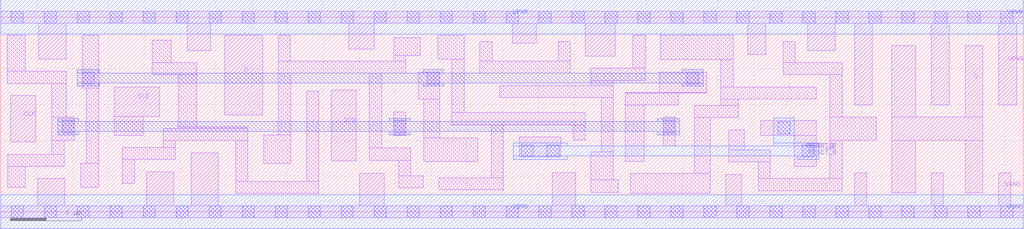
<source format=lef>
# Copyright 2020 The SkyWater PDK Authors
#
# Licensed under the Apache License, Version 2.0 (the "License");
# you may not use this file except in compliance with the License.
# You may obtain a copy of the License at
#
#     https://www.apache.org/licenses/LICENSE-2.0
#
# Unless required by applicable law or agreed to in writing, software
# distributed under the License is distributed on an "AS IS" BASIS,
# WITHOUT WARRANTIES OR CONDITIONS OF ANY KIND, either express or implied.
# See the License for the specific language governing permissions and
# limitations under the License.
#
# SPDX-License-Identifier: Apache-2.0

VERSION 5.7 ;
  NAMESCASESENSITIVE ON ;
  NOWIREEXTENSIONATPIN ON ;
  DIVIDERCHAR "/" ;
  BUSBITCHARS "[]" ;
UNITS
  DATABASE MICRONS 200 ;
END UNITS
PROPERTYDEFINITIONS
  MACRO maskLayoutSubType STRING ;
  MACRO prCellType STRING ;
  MACRO originalViewName STRING ;
END PROPERTYDEFINITIONS
MACRO sky130_fd_sc_hdll__sdfrtp_4
  CLASS CORE ;
  FOREIGN sky130_fd_sc_hdll__sdfrtp_4 ;
  ORIGIN  0.000000  0.000000 ;
  SIZE  14.26000 BY  2.720000 ;
  SYMMETRY X Y R90 ;
  SITE unithd ;
  PIN CLK
    ANTENNAGATEAREA  0.277500 ;
    DIRECTION INPUT ;
    USE SIGNAL ;
    PORT
      LAYER li1 ;
        RECT 0.140000 0.975000 0.490000 1.625000 ;
    END
  END CLK
  PIN D
    ANTENNAGATEAREA  0.160200 ;
    DIRECTION INPUT ;
    USE SIGNAL ;
    PORT
      LAYER li1 ;
        RECT 3.120000 1.355000 3.655000 2.465000 ;
    END
  END D
  PIN Q
    ANTENNADIFFAREA  1.171500 ;
    DIRECTION OUTPUT ;
    USE SIGNAL ;
    PORT
      LAYER li1 ;
        RECT 12.425000 0.265000 12.755000 0.995000 ;
        RECT 12.425000 0.995000 13.695000 1.325000 ;
        RECT 12.425000 1.325000 12.755000 2.325000 ;
        RECT 13.445000 0.265000 13.695000 0.995000 ;
        RECT 13.445000 1.325000 13.695000 2.325000 ;
    END
  END Q
  PIN RESET_B
    ANTENNAGATEAREA  0.277200 ;
    DIRECTION INPUT ;
    USE SIGNAL ;
    PORT
      LAYER li1 ;
        RECT  7.230000 0.765000  7.810000 1.045000 ;
        RECT 10.600000 1.065000 11.370000 1.275000 ;
        RECT 11.065000 0.635000 11.370000 1.065000 ;
      LAYER mcon ;
        RECT  7.255000 0.765000  7.425000 0.935000 ;
        RECT  7.615000 0.765000  7.785000 0.935000 ;
        RECT 10.835000 1.085000 11.005000 1.255000 ;
        RECT 11.175000 0.765000 11.345000 0.935000 ;
      LAYER met1 ;
        RECT  7.145000 0.735000  7.900000 0.780000 ;
        RECT  7.145000 0.780000 11.405000 0.920000 ;
        RECT  7.145000 0.920000  7.900000 0.965000 ;
        RECT 10.775000 0.920000 11.405000 0.965000 ;
        RECT 10.775000 0.965000 11.065000 1.310000 ;
        RECT 11.115000 0.735000 11.405000 0.780000 ;
    END
  END RESET_B
  PIN SCD
    ANTENNAGATEAREA  0.172800 ;
    DIRECTION INPUT ;
    USE SIGNAL ;
    PORT
      LAYER li1 ;
        RECT 4.610000 0.710000 4.955000 1.700000 ;
    END
  END SCD
  PIN SCE
    ANTENNAGATEAREA  0.467400 ;
    DIRECTION INPUT ;
    USE SIGNAL ;
    PORT
      LAYER li1 ;
        RECT 1.585000 1.070000 1.990000 1.335000 ;
        RECT 1.585000 1.335000 2.220000 1.745000 ;
    END
  END SCE
  PIN VGND
    DIRECTION INOUT ;
    USE GROUND ;
    PORT
      LAYER li1 ;
        RECT  0.000000 -0.085000 14.260000 0.085000 ;
        RECT  0.515000  0.085000  0.895000 0.465000 ;
        RECT  2.035000  0.085000  2.415000 0.560000 ;
        RECT  2.655000  0.085000  3.035000 0.825000 ;
        RECT  5.005000  0.085000  5.350000 0.540000 ;
        RECT  7.690000  0.085000  8.020000 0.545000 ;
        RECT 10.110000  0.085000 10.330000 0.525000 ;
        RECT 11.905000  0.085000 12.075000 0.545000 ;
        RECT 12.975000  0.085000 13.145000 0.545000 ;
        RECT 13.915000  0.085000 14.085000 0.545000 ;
      LAYER mcon ;
        RECT  0.145000 -0.085000  0.315000 0.085000 ;
        RECT  0.605000 -0.085000  0.775000 0.085000 ;
        RECT  1.065000 -0.085000  1.235000 0.085000 ;
        RECT  1.525000 -0.085000  1.695000 0.085000 ;
        RECT  1.985000 -0.085000  2.155000 0.085000 ;
        RECT  2.445000 -0.085000  2.615000 0.085000 ;
        RECT  2.905000 -0.085000  3.075000 0.085000 ;
        RECT  3.365000 -0.085000  3.535000 0.085000 ;
        RECT  3.825000 -0.085000  3.995000 0.085000 ;
        RECT  4.285000 -0.085000  4.455000 0.085000 ;
        RECT  4.745000 -0.085000  4.915000 0.085000 ;
        RECT  5.205000 -0.085000  5.375000 0.085000 ;
        RECT  5.665000 -0.085000  5.835000 0.085000 ;
        RECT  6.125000 -0.085000  6.295000 0.085000 ;
        RECT  6.585000 -0.085000  6.755000 0.085000 ;
        RECT  7.045000 -0.085000  7.215000 0.085000 ;
        RECT  7.505000 -0.085000  7.675000 0.085000 ;
        RECT  7.965000 -0.085000  8.135000 0.085000 ;
        RECT  8.425000 -0.085000  8.595000 0.085000 ;
        RECT  8.885000 -0.085000  9.055000 0.085000 ;
        RECT  9.345000 -0.085000  9.515000 0.085000 ;
        RECT  9.805000 -0.085000  9.975000 0.085000 ;
        RECT 10.265000 -0.085000 10.435000 0.085000 ;
        RECT 10.725000 -0.085000 10.895000 0.085000 ;
        RECT 11.185000 -0.085000 11.355000 0.085000 ;
        RECT 11.645000 -0.085000 11.815000 0.085000 ;
        RECT 12.105000 -0.085000 12.275000 0.085000 ;
        RECT 12.565000 -0.085000 12.735000 0.085000 ;
        RECT 13.025000 -0.085000 13.195000 0.085000 ;
        RECT 13.485000 -0.085000 13.655000 0.085000 ;
        RECT 13.945000 -0.085000 14.115000 0.085000 ;
      LAYER met1 ;
        RECT 0.000000 -0.240000 14.260000 0.240000 ;
    END
  END VGND
  PIN VPWR
    DIRECTION INOUT ;
    USE POWER ;
    PORT
      LAYER li1 ;
        RECT  0.000000 2.635000 14.260000 2.805000 ;
        RECT  0.530000 2.135000  0.910000 2.635000 ;
        RECT  2.600000 2.255000  2.930000 2.635000 ;
        RECT  4.855000 2.275000  5.205000 2.635000 ;
        RECT  7.135000 2.355000  7.465000 2.635000 ;
        RECT  8.150000 2.175000  8.570000 2.635000 ;
        RECT 10.415000 2.195000 10.665000 2.635000 ;
        RECT 11.255000 2.255000 11.635000 2.635000 ;
        RECT 11.905000 1.495000 12.155000 2.635000 ;
        RECT 12.975000 1.495000 13.225000 2.635000 ;
        RECT 13.915000 1.495000 14.165000 2.635000 ;
      LAYER mcon ;
        RECT  0.145000 2.635000  0.315000 2.805000 ;
        RECT  0.605000 2.635000  0.775000 2.805000 ;
        RECT  1.065000 2.635000  1.235000 2.805000 ;
        RECT  1.525000 2.635000  1.695000 2.805000 ;
        RECT  1.985000 2.635000  2.155000 2.805000 ;
        RECT  2.445000 2.635000  2.615000 2.805000 ;
        RECT  2.905000 2.635000  3.075000 2.805000 ;
        RECT  3.365000 2.635000  3.535000 2.805000 ;
        RECT  3.825000 2.635000  3.995000 2.805000 ;
        RECT  4.285000 2.635000  4.455000 2.805000 ;
        RECT  4.745000 2.635000  4.915000 2.805000 ;
        RECT  5.205000 2.635000  5.375000 2.805000 ;
        RECT  5.665000 2.635000  5.835000 2.805000 ;
        RECT  6.125000 2.635000  6.295000 2.805000 ;
        RECT  6.585000 2.635000  6.755000 2.805000 ;
        RECT  7.045000 2.635000  7.215000 2.805000 ;
        RECT  7.505000 2.635000  7.675000 2.805000 ;
        RECT  7.965000 2.635000  8.135000 2.805000 ;
        RECT  8.425000 2.635000  8.595000 2.805000 ;
        RECT  8.885000 2.635000  9.055000 2.805000 ;
        RECT  9.345000 2.635000  9.515000 2.805000 ;
        RECT  9.805000 2.635000  9.975000 2.805000 ;
        RECT 10.265000 2.635000 10.435000 2.805000 ;
        RECT 10.725000 2.635000 10.895000 2.805000 ;
        RECT 11.185000 2.635000 11.355000 2.805000 ;
        RECT 11.645000 2.635000 11.815000 2.805000 ;
        RECT 12.105000 2.635000 12.275000 2.805000 ;
        RECT 12.565000 2.635000 12.735000 2.805000 ;
        RECT 13.025000 2.635000 13.195000 2.805000 ;
        RECT 13.485000 2.635000 13.655000 2.805000 ;
        RECT 13.945000 2.635000 14.115000 2.805000 ;
      LAYER met1 ;
        RECT 0.000000 2.480000 14.260000 2.960000 ;
    END
  END VPWR
  OBS
    LAYER li1 ;
      RECT  0.090000 1.795000  0.915000 1.965000 ;
      RECT  0.090000 1.965000  0.345000 2.465000 ;
      RECT  0.095000 0.345000  0.345000 0.635000 ;
      RECT  0.095000 0.635000  0.885000 0.805000 ;
      RECT  0.710000 0.805000  0.885000 0.995000 ;
      RECT  0.710000 0.995000  1.025000 1.325000 ;
      RECT  0.710000 1.325000  0.915000 1.795000 ;
      RECT  1.115000 0.345000  1.365000 0.675000 ;
      RECT  1.135000 1.730000  1.365000 2.465000 ;
      RECT  1.195000 0.675000  1.365000 1.730000 ;
      RECT  1.695000 0.395000  1.865000 0.730000 ;
      RECT  1.695000 0.730000  2.435000 0.900000 ;
      RECT  2.110000 1.915000  2.730000 2.085000 ;
      RECT  2.110000 2.085000  2.380000 2.400000 ;
      RECT  2.265000 0.900000  2.435000 0.995000 ;
      RECT  2.265000 0.995000  3.445000 1.165000 ;
      RECT  2.475000 1.165000  3.445000 1.185000 ;
      RECT  2.475000 1.185000  2.730000 1.915000 ;
      RECT  3.275000 0.255000  4.435000 0.425000 ;
      RECT  3.275000 0.425000  3.445000 0.995000 ;
      RECT  3.665000 0.675000  4.045000 1.075000 ;
      RECT  3.870000 1.075000  4.045000 1.935000 ;
      RECT  3.870000 1.935000  5.650000 2.105000 ;
      RECT  3.870000 2.105000  4.040000 2.465000 ;
      RECT  4.265000 0.425000  4.435000 1.685000 ;
      RECT  5.140000 0.715000  5.720000 0.895000 ;
      RECT  5.140000 0.895000  5.310000 1.935000 ;
      RECT  5.480000 1.065000  5.650000 1.395000 ;
      RECT  5.480000 2.105000  5.650000 2.185000 ;
      RECT  5.480000 2.185000  5.850000 2.435000 ;
      RECT  5.550000 0.335000  5.890000 0.505000 ;
      RECT  5.550000 0.505000  5.720000 0.715000 ;
      RECT  5.820000 1.575000  6.120000 1.955000 ;
      RECT  5.900000 0.705000  6.650000 1.035000 ;
      RECT  5.900000 1.035000  6.120000 1.575000 ;
      RECT  6.095000 2.135000  6.460000 2.465000 ;
      RECT  6.110000 0.305000  7.010000 0.475000 ;
      RECT  6.290000 1.215000  8.150000 1.385000 ;
      RECT  6.290000 1.385000  6.460000 2.135000 ;
      RECT  6.680000 1.935000  7.940000 2.105000 ;
      RECT  6.680000 2.105000  6.850000 2.375000 ;
      RECT  6.840000 0.475000  7.010000 1.215000 ;
      RECT  6.960000 1.595000  8.540000 1.765000 ;
      RECT  7.770000 2.105000  7.940000 2.375000 ;
      RECT  7.980000 1.005000  8.150000 1.215000 ;
      RECT  8.230000 0.275000  8.610000 0.445000 ;
      RECT  8.230000 0.445000  8.540000 0.835000 ;
      RECT  8.230000 1.765000  8.540000 1.835000 ;
      RECT  8.230000 1.835000  8.985000 2.005000 ;
      RECT  8.370000 0.835000  8.540000 1.595000 ;
      RECT  8.710000 0.705000  8.970000 1.495000 ;
      RECT  8.710000 1.495000  9.445000 1.660000 ;
      RECT  8.710000 1.660000  9.845000 1.665000 ;
      RECT  8.780000 0.255000  9.890000 0.535000 ;
      RECT  8.815000 2.005000  8.985000 2.465000 ;
      RECT  9.185000 1.665000  9.845000 1.955000 ;
      RECT  9.195000 2.125000 10.215000 2.465000 ;
      RECT  9.235000 0.920000  9.405000 1.325000 ;
      RECT  9.670000 0.535000  9.890000 1.315000 ;
      RECT  9.670000 1.315000 10.285000 1.485000 ;
      RECT 10.040000 1.485000 10.285000 1.575000 ;
      RECT 10.040000 1.575000 11.370000 1.745000 ;
      RECT 10.040000 1.745000 10.215000 2.125000 ;
      RECT 10.150000 0.695000 10.730000 0.865000 ;
      RECT 10.150000 0.865000 10.370000 1.145000 ;
      RECT 10.560000 0.295000 11.735000 0.465000 ;
      RECT 10.560000 0.465000 10.730000 0.695000 ;
      RECT 10.910000 1.915000 11.730000 2.085000 ;
      RECT 10.910000 2.085000 11.080000 2.375000 ;
      RECT 11.560000 0.465000 11.735000 0.995000 ;
      RECT 11.560000 0.995000 12.205000 1.325000 ;
      RECT 11.560000 1.325000 11.730000 1.915000 ;
    LAYER mcon ;
      RECT 0.855000 1.105000 1.025000 1.275000 ;
      RECT 1.135000 1.785000 1.305000 1.955000 ;
      RECT 5.480000 1.105000 5.650000 1.275000 ;
      RECT 5.950000 1.785000 6.120000 1.955000 ;
      RECT 9.235000 1.105000 9.405000 1.275000 ;
      RECT 9.565000 1.785000 9.735000 1.955000 ;
    LAYER met1 ;
      RECT 0.795000 1.075000 1.085000 1.120000 ;
      RECT 0.795000 1.120000 9.465000 1.260000 ;
      RECT 0.795000 1.260000 1.085000 1.305000 ;
      RECT 1.070000 1.755000 1.370000 1.800000 ;
      RECT 1.070000 1.800000 9.795000 1.940000 ;
      RECT 1.070000 1.940000 1.370000 1.985000 ;
      RECT 5.420000 1.075000 5.710000 1.120000 ;
      RECT 5.420000 1.260000 5.710000 1.305000 ;
      RECT 5.890000 1.755000 6.180000 1.800000 ;
      RECT 5.890000 1.940000 6.180000 1.985000 ;
      RECT 9.155000 1.075000 9.465000 1.120000 ;
      RECT 9.155000 1.260000 9.465000 1.305000 ;
      RECT 9.500000 1.755000 9.795000 1.800000 ;
      RECT 9.500000 1.940000 9.795000 1.985000 ;
  END
  PROPERTY maskLayoutSubType "abstract" ;
  PROPERTY prCellType "standard" ;
  PROPERTY originalViewName "layout" ;
END sky130_fd_sc_hdll__sdfrtp_4

</source>
